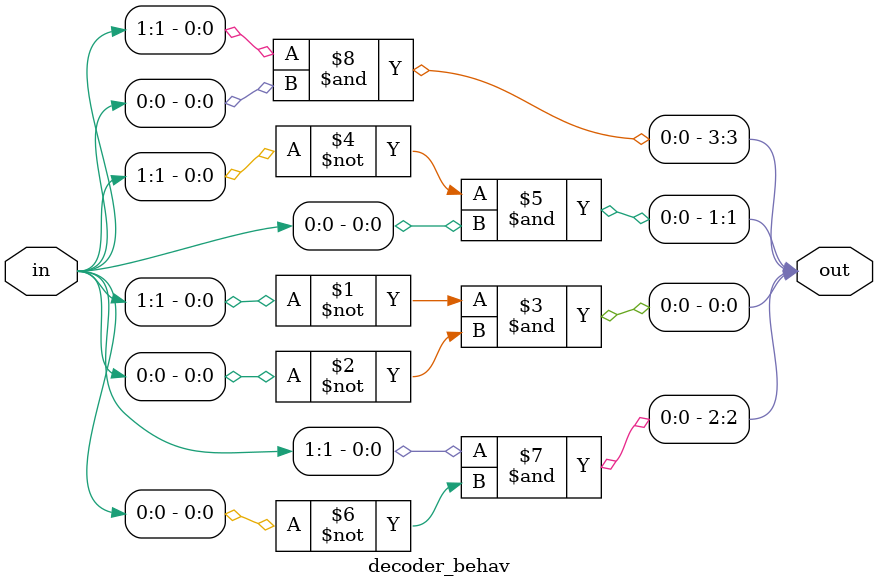
<source format=v>
module decoder_behav (
    input  [1:0] in,   // 2-bit entrada
    output  [3:0] out    // 4-bit saída
);

  assign out[0] = (~in[1] & ~in[0]);
  assign out[1] = (~in[1] &  in[0]);
  assign out[2] = ( in[1] & ~in[0]);
  assign out[3] = ( in[1] &  in[0]);

endmodule
</source>
